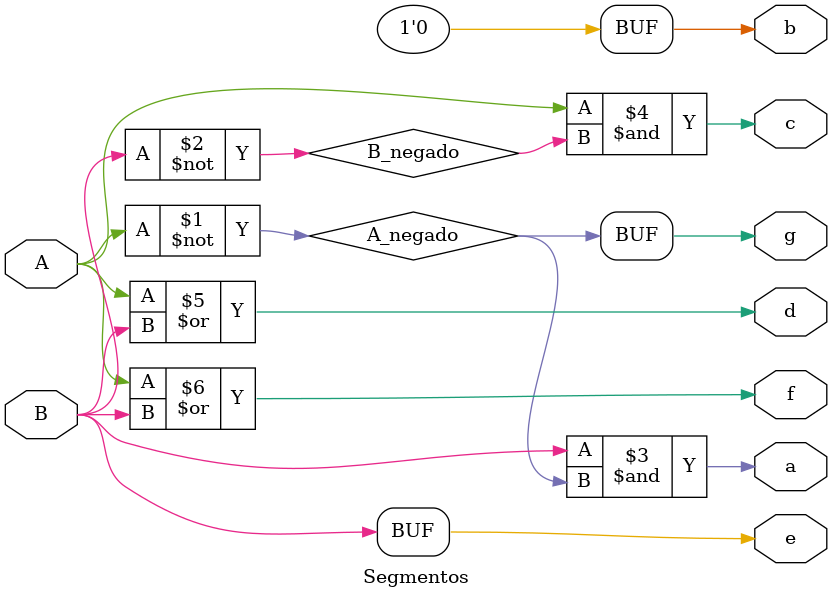
<source format=sv>
module Segmentos (
    input logic A, B,
    output logic a, b, c, d, e, f, g
);

    // Señales intermedias
    logic A_negado, B_negado;

    // Negaciones necesarias
    assign A_negado = ~A;  // A negado
    assign B_negado = ~B;  // B negado

    // Segmento a: B * A'
    assign a = B & A_negado;

    // Segmento b: 0
    assign b = 0;

    // Segmento c: A * B'
    assign c = A & B_negado;

    // Segmento d: A + B
    assign d = A | B;

    // Segmento e: B
    assign e = B;

    // Segmento f: A + B
    assign f = A | B;

    // Segmento g: A'
    assign g = A_negado;

endmodule
</source>
